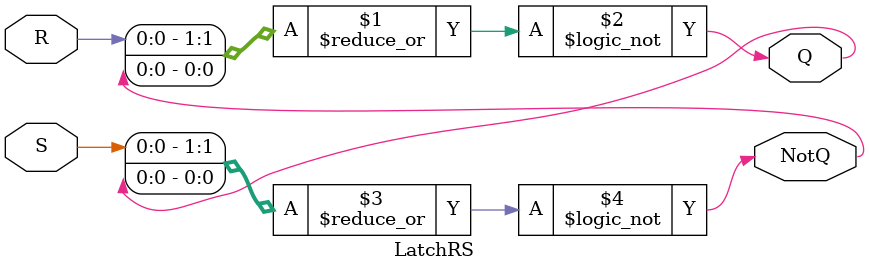
<source format=v>
`timescale 1ns / 1ps


module LatchRS(
    input R,
    input S,
    output Q,
    output NotQ
    );
    
//wire wQ;
//wire wNotQ;

//NOR
//assign wQ = ~|{R,wNotQ};
//assign wNotQ = ~|{S,wQ};

//assign Q = wQ;
//assign NotQ = wNotQ;


assign Q = ~|{R, NotQ};
assign NotQ = ~|{S, Q};
endmodule

</source>
